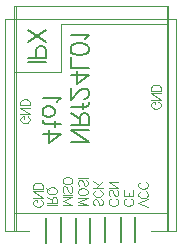
<source format=gbo>
G04*
G04 #@! TF.GenerationSoftware,Altium Limited,Altium Designer,22.2.1 (43)*
G04*
G04 Layer_Color=32896*
%FSTAX25Y25*%
%MOIN*%
G70*
G04*
G04 #@! TF.SameCoordinates,04582349-F352-462C-AFDD-1AE5C237541B*
G04*
G04*
G04 #@! TF.FilePolarity,Positive*
G04*
G01*
G75*
%ADD10C,0.00787*%
%ADD52C,0.00394*%
%ADD53R,0.00689X0.08957*%
%ADD54R,0.00787X0.09055*%
%ADD55R,0.00689X0.09055*%
D10*
X0024999Y0038857D02*
X0021Y0036D01*
Y0040285D01*
X0024999Y0038857D02*
X0019D01*
X0024999Y0042199D02*
X0020143D01*
X0019286Y0042484D01*
X0019Y0043056D01*
Y0043627D01*
X0022999Y0041342D02*
Y0043341D01*
Y0045912D02*
X0022714Y0045341D01*
X0022142Y0044769D01*
X0021285Y0044484D01*
X0020714D01*
X0019857Y0044769D01*
X0019286Y0045341D01*
X0019Y0045912D01*
Y0046769D01*
X0019286Y004734D01*
X0019857Y0047912D01*
X0020714Y0048197D01*
X0021285D01*
X0022142Y0047912D01*
X0022714Y004734D01*
X0022999Y0046769D01*
Y0045912D01*
X0023856Y0049511D02*
X0024142Y0050083D01*
X0024999Y005094D01*
X0019D01*
X0034337Y0036202D02*
X0028339D01*
X0034337D02*
X0028339Y0040202D01*
X0034337D02*
X0028339D01*
X0034337Y0041858D02*
X0028339D01*
X0034337D02*
Y0044429D01*
X0034052Y0045286D01*
X0033766Y0045572D01*
X0033195Y0045857D01*
X0032623D01*
X0032052Y0045572D01*
X0031766Y0045286D01*
X0031481Y0044429D01*
Y0041858D01*
Y0043858D02*
X0028339Y0045857D01*
X0034337Y0049485D02*
Y0048914D01*
X0034052Y0048343D01*
X0033195Y0048057D01*
X0028339D01*
X0032338Y00472D02*
Y00492D01*
X0032909Y0050628D02*
X0033195D01*
X0033766Y0050914D01*
X0034052Y0051199D01*
X0034337Y0051771D01*
Y0052913D01*
X0034052Y0053484D01*
X0033766Y005377D01*
X0033195Y0054056D01*
X0032623D01*
X0032052Y005377D01*
X0031195Y0053199D01*
X0028339Y0050342D01*
Y0054341D01*
X0034337Y005854D02*
X0030338Y0055684D01*
Y0059969D01*
X0034337Y005854D02*
X0028339D01*
X0034337Y0061026D02*
X0028339D01*
Y0064453D01*
X0034337Y0066824D02*
X0034052Y0065967D01*
X0033195Y0065396D01*
X0031766Y006511D01*
X0030909D01*
X0029481Y0065396D01*
X0028624Y0065967D01*
X0028339Y0066824D01*
Y0067396D01*
X0028624Y0068253D01*
X0029481Y0068824D01*
X0030909Y006911D01*
X0031766D01*
X0033195Y0068824D01*
X0034052Y0068253D01*
X0034337Y0067396D01*
Y0066824D01*
X0033195Y0070452D02*
X003348Y0071023D01*
X0034337Y007188D01*
X0028339D01*
X0020066Y0062974D02*
X0014067D01*
X0016924Y0064231D02*
Y0066802D01*
X0017209Y0067659D01*
X0017495Y0067944D01*
X0018066Y006823D01*
X0018923D01*
X0019494Y0067944D01*
X001978Y0067659D01*
X0020066Y0066802D01*
Y0064231D01*
X0014067D01*
X0020066Y0069573D02*
X0014067Y0073572D01*
X0020066D02*
X0014067Y0069573D01*
D52*
X0063543Y0006527D02*
Y0077393D01*
X0006457Y0006527D02*
Y0077393D01*
X0063543D01*
X0009409Y0059676D02*
X0025157D01*
X0009409Y0012432D02*
X006059D01*
X0025157Y0059676D02*
Y0075424D01*
X006059D01*
Y0012432D02*
Y0075424D01*
X0009409Y0012432D02*
Y0059676D01*
X0060366Y0006592D02*
Y0081353D01*
X0010291Y0006592D02*
Y008145D01*
X0060661Y0006655D02*
Y0081353D01*
X0009618Y0006655D02*
Y0081458D01*
X000948Y0006655D02*
Y0081458D01*
X0009618D02*
X0060661D01*
X0060662Y0006655D02*
Y0081458D01*
X0055236Y0006527D02*
X0063543D01*
X0006457D02*
X0014067D01*
X0014532D01*
X0014006Y0044751D02*
X0014305Y0044601D01*
X0014605Y0044301D01*
X0014755Y0044001D01*
Y0043401D01*
X0014605Y0043101D01*
X0014305Y0042801D01*
X0014006Y0042652D01*
X0013556Y0042502D01*
X0012806D01*
X0012356Y0042652D01*
X0012056Y0042801D01*
X0011756Y0043101D01*
X0011606Y0043401D01*
Y0044001D01*
X0011756Y0044301D01*
X0012056Y0044601D01*
X0012356Y0044751D01*
X0012806D01*
Y0044001D02*
Y0044751D01*
X0014755Y0045471D02*
X0011606D01*
X0014755D02*
X0011606Y004757D01*
X0014755D02*
X0011606D01*
X0014755Y004844D02*
X0011606D01*
X0014755D02*
Y0049489D01*
X0014605Y0049939D01*
X0014305Y0050239D01*
X0014006Y0050389D01*
X0013556Y0050539D01*
X0012806D01*
X0012356Y0050389D01*
X0012056Y0050239D01*
X0011756Y0049939D01*
X0011606Y0049489D01*
Y004844D01*
X0018344Y0016926D02*
X0018644Y0016776D01*
X0018944Y0016476D01*
X0019094Y0016176D01*
Y0015576D01*
X0018944Y0015276D01*
X0018644Y0014976D01*
X0018344Y0014826D01*
X0017894Y0014676D01*
X0017144D01*
X0016695Y0014826D01*
X0016395Y0014976D01*
X0016095Y0015276D01*
X0015945Y0015576D01*
Y0016176D01*
X0016095Y0016476D01*
X0016395Y0016776D01*
X0016695Y0016926D01*
X0017144D01*
Y0016176D02*
Y0016926D01*
X0019094Y0017645D02*
X0015945D01*
X0019094D02*
X0015945Y0019745D01*
X0019094D02*
X0015945D01*
X0019094Y0020614D02*
X0015945D01*
X0019094D02*
Y0021664D01*
X0018944Y0022114D01*
X0018644Y0022414D01*
X0018344Y0022564D01*
X0017894Y0022714D01*
X0017144D01*
X0016695Y0022564D01*
X0016395Y0022414D01*
X0016095Y0022114D01*
X0015945Y0021664D01*
Y0020614D01*
X002374Y0015267D02*
X0020591D01*
X002374Y0015927D02*
X0020591D01*
X002374D02*
Y0017276D01*
X0023589Y0017726D01*
X002344Y0017876D01*
X002314Y0018026D01*
X002284D01*
X002254Y0017876D01*
X002239Y0017726D01*
X002224Y0017276D01*
Y0015927D01*
Y0016976D02*
X0020591Y0018026D01*
X002374Y0019631D02*
X0023589Y0019331D01*
X002329Y0019031D01*
X002299Y0018881D01*
X002254Y0018731D01*
X002179D01*
X002134Y0018881D01*
X002104Y0019031D01*
X0020741Y0019331D01*
X0020591Y0019631D01*
Y002023D01*
X0020741Y002053D01*
X002104Y002083D01*
X002134Y002098D01*
X002179Y002113D01*
X002254D01*
X002299Y002098D01*
X002329Y002083D01*
X0023589Y002053D01*
X002374Y002023D01*
Y0019631D01*
X002119Y002008D02*
X0020291Y002098D01*
X0028897Y0015346D02*
X0025748D01*
X0028897D02*
X0025748Y0016545D01*
X0028897Y0017745D02*
X0025748Y0016545D01*
X0028897Y0017745D02*
X0025748D01*
X0028897Y0018645D02*
X0025748D01*
X0028447Y0021404D02*
X0028747Y0021104D01*
X0028897Y0020654D01*
Y0020054D01*
X0028747Y0019604D01*
X0028447Y0019304D01*
X0028147D01*
X0027847Y0019454D01*
X0027697Y0019604D01*
X0027547Y0019904D01*
X0027248Y0020804D01*
X0027098Y0021104D01*
X0026948Y0021254D01*
X0026648Y0021404D01*
X0026198D01*
X0025898Y0021104D01*
X0025748Y0020654D01*
Y0020054D01*
X0025898Y0019604D01*
X0026198Y0019304D01*
X0028897Y0023008D02*
X0028747Y0022708D01*
X0028447Y0022408D01*
X0028147Y0022258D01*
X0027697Y0022108D01*
X0026948D01*
X0026498Y0022258D01*
X0026198Y0022408D01*
X0025898Y0022708D01*
X0025748Y0023008D01*
Y0023608D01*
X0025898Y0023908D01*
X0026198Y0024208D01*
X0026498Y0024358D01*
X0026948Y0024508D01*
X0027697D01*
X0028147Y0024358D01*
X0028447Y0024208D01*
X0028747Y0023908D01*
X0028897Y0023608D01*
Y0023008D01*
X0034015Y0015149D02*
X0030866D01*
X0034015D02*
X0030866Y0016348D01*
X0034015Y0017548D02*
X0030866Y0016348D01*
X0034015Y0017548D02*
X0030866D01*
X0034015Y0019347D02*
X0033865Y0019048D01*
X0033565Y0018748D01*
X0033265Y0018598D01*
X0032816Y0018448D01*
X0032066D01*
X0031616Y0018598D01*
X0031316Y0018748D01*
X0031016Y0019048D01*
X0030866Y0019347D01*
Y0019947D01*
X0031016Y0020247D01*
X0031316Y0020547D01*
X0031616Y0020697D01*
X0032066Y0020847D01*
X0032816D01*
X0033265Y0020697D01*
X0033565Y0020547D01*
X0033865Y0020247D01*
X0034015Y0019947D01*
Y0019347D01*
X0033565Y0023681D02*
X0033865Y0023381D01*
X0034015Y0022931D01*
Y0022331D01*
X0033865Y0021881D01*
X0033565Y0021582D01*
X0033265D01*
X0032965Y0021732D01*
X0032816Y0021881D01*
X0032666Y0022182D01*
X0032366Y0023081D01*
X0032216Y0023381D01*
X0032066Y0023531D01*
X0031766Y0023681D01*
X0031316D01*
X0031016Y0023381D01*
X0030866Y0022931D01*
Y0022331D01*
X0031016Y0021881D01*
X0031316Y0021582D01*
X0034015Y0024386D02*
X0030866D01*
X0038605Y0017169D02*
X0038905Y001687D01*
X0039055Y001642D01*
Y001582D01*
X0038905Y001537D01*
X0038605Y001507D01*
X0038305D01*
X0038005Y001522D01*
X0037855Y001537D01*
X0037705Y001567D01*
X0037405Y001657D01*
X0037255Y001687D01*
X0037105Y0017019D01*
X0036805Y0017169D01*
X0036355D01*
X0036055Y001687D01*
X0035906Y001642D01*
Y001582D01*
X0036055Y001537D01*
X0036355Y001507D01*
X0038305Y0020123D02*
X0038605Y0019973D01*
X0038905Y0019673D01*
X0039055Y0019374D01*
Y0018774D01*
X0038905Y0018474D01*
X0038605Y0018174D01*
X0038305Y0018024D01*
X0037855Y0017874D01*
X0037105D01*
X0036655Y0018024D01*
X0036355Y0018174D01*
X0036055Y0018474D01*
X0035906Y0018774D01*
Y0019374D01*
X0036055Y0019673D01*
X0036355Y0019973D01*
X0036655Y0020123D01*
X0039055Y0021008D02*
X0035906D01*
X0039055Y0023107D02*
X0036955Y0021008D01*
X0037705Y0021758D02*
X0035906Y0023107D01*
X0043501Y0017241D02*
X0043801Y0017091D01*
X0044101Y0016791D01*
X0044251Y0016491D01*
Y0015891D01*
X0044101Y0015591D01*
X0043801Y0015291D01*
X0043501Y0015141D01*
X0043052Y0014991D01*
X0042302D01*
X0041852Y0015141D01*
X0041552Y0015291D01*
X0041252Y0015591D01*
X0041102Y0015891D01*
Y0016491D01*
X0041252Y0016791D01*
X0041552Y0017091D01*
X0041852Y0017241D01*
X0043801Y0020225D02*
X0044101Y0019925D01*
X0044251Y0019475D01*
Y0018875D01*
X0044101Y0018425D01*
X0043801Y0018125D01*
X0043501D01*
X0043202Y0018275D01*
X0043052Y0018425D01*
X0042902Y0018725D01*
X0042602Y0019625D01*
X0042452Y0019925D01*
X0042302Y0020075D01*
X0042002Y0020225D01*
X0041552D01*
X0041252Y0019925D01*
X0041102Y0019475D01*
Y0018875D01*
X0041252Y0018425D01*
X0041552Y0018125D01*
X0044251Y0020929D02*
X0041102D01*
X0044251D02*
X0041102Y0023029D01*
X0044251D02*
X0041102D01*
X0048423Y0017241D02*
X0048723Y0017091D01*
X0049023Y0016791D01*
X0049173Y0016491D01*
Y0015891D01*
X0049023Y0015591D01*
X0048723Y0015291D01*
X0048423Y0015141D01*
X0047973Y0014991D01*
X0047223D01*
X0046773Y0015141D01*
X0046474Y0015291D01*
X0046174Y0015591D01*
X0046024Y0015891D01*
Y0016491D01*
X0046174Y0016791D01*
X0046474Y0017091D01*
X0046773Y0017241D01*
X0049173Y0020075D02*
Y0018125D01*
X0046024D01*
Y0020075D01*
X0047673Y0018125D02*
Y0019325D01*
X0057635Y0049603D02*
X0057935Y0049453D01*
X0058235Y0049153D01*
X0058385Y0048853D01*
Y0048253D01*
X0058235Y0047953D01*
X0057935Y0047653D01*
X0057635Y0047504D01*
X0057186Y0047354D01*
X0056436D01*
X0055986Y0047504D01*
X0055686Y0047653D01*
X0055386Y0047953D01*
X0055236Y0048253D01*
Y0048853D01*
X0055386Y0049153D01*
X0055686Y0049453D01*
X0055986Y0049603D01*
X0056436D01*
Y0048853D02*
Y0049603D01*
X0058385Y0050323D02*
X0055236D01*
X0058385D02*
X0055236Y0052422D01*
X0058385D02*
X0055236D01*
X0058385Y0053291D02*
X0055236D01*
X0058385D02*
Y0054341D01*
X0058235Y0054791D01*
X0057935Y0055091D01*
X0057635Y0055241D01*
X0057186Y0055391D01*
X0056436D01*
X0055986Y0055241D01*
X0055686Y0055091D01*
X0055386Y0054791D01*
X0055236Y0054341D01*
Y0053291D01*
X0054133Y0014676D02*
X0050984Y0015876D01*
X0054133Y0017076D02*
X0050984Y0015876D01*
X0053383Y001973D02*
X0053683Y001958D01*
X0053983Y001928D01*
X0054133Y001898D01*
Y001838D01*
X0053983Y001808D01*
X0053683Y001778D01*
X0053383Y001763D01*
X0052934Y001748D01*
X0052184D01*
X0051734Y001763D01*
X0051434Y001778D01*
X0051134Y001808D01*
X0050984Y001838D01*
Y001898D01*
X0051134Y001928D01*
X0051434Y001958D01*
X0051734Y001973D01*
X0053383Y0022864D02*
X0053683Y0022714D01*
X0053983Y0022414D01*
X0054133Y0022114D01*
Y0021514D01*
X0053983Y0021214D01*
X0053683Y0020914D01*
X0053383Y0020764D01*
X0052934Y0020614D01*
X0052184D01*
X0051734Y0020764D01*
X0051434Y0020914D01*
X0051134Y0021214D01*
X0050984Y0021514D01*
Y0022114D01*
X0051134Y0022414D01*
X0051434Y0022714D01*
X0051734Y0022864D01*
D53*
X0030043Y00067D02*
D03*
X0034964D02*
D03*
X002Y0006696D02*
D03*
D54*
X0049975Y0006745D02*
D03*
D55*
X0045002Y0006747D02*
D03*
X0039982D02*
D03*
X0025022Y0006747D02*
D03*
M02*

</source>
